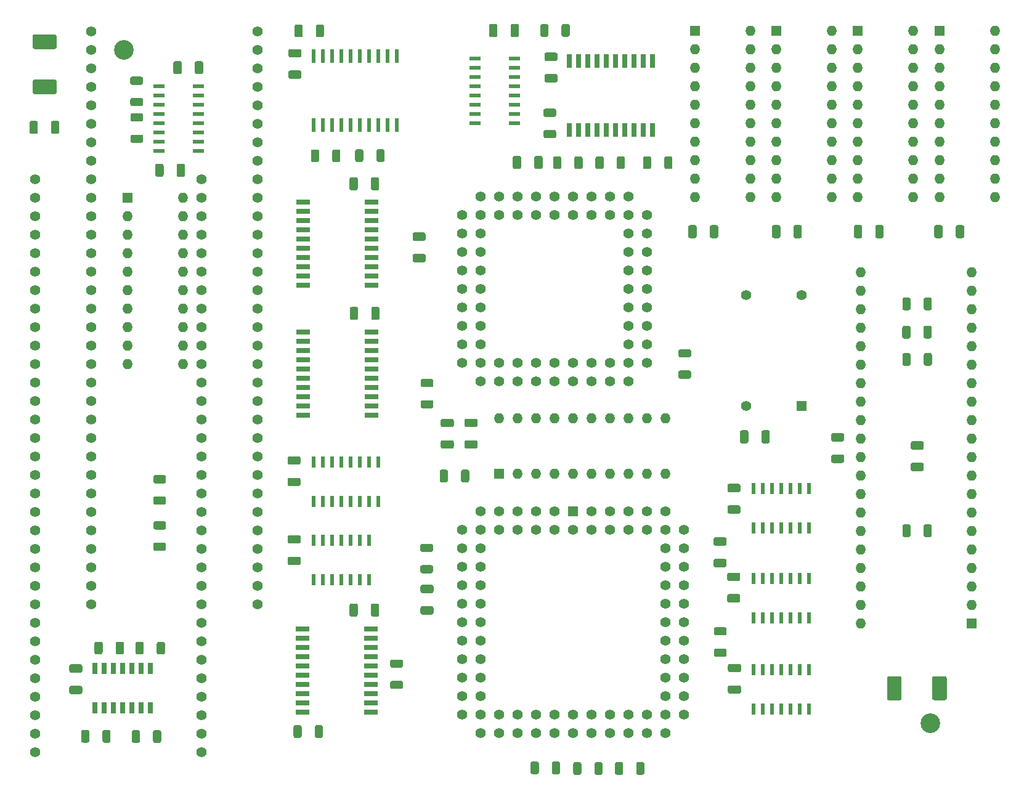
<source format=gbr>
%TF.GenerationSoftware,KiCad,Pcbnew,(5.1.12)-1*%
%TF.CreationDate,2022-10-26T16:15:57+02:00*%
%TF.ProjectId,dueottosei,6475656f-7474-46f7-9365-692e6b696361,rev?*%
%TF.SameCoordinates,Original*%
%TF.FileFunction,Soldermask,Top*%
%TF.FilePolarity,Negative*%
%FSLAX46Y46*%
G04 Gerber Fmt 4.6, Leading zero omitted, Abs format (unit mm)*
G04 Created by KiCad (PCBNEW (5.1.12)-1) date 2022-10-26 16:15:57*
%MOMM*%
%LPD*%
G01*
G04 APERTURE LIST*
%ADD10R,1.400000X1.400000*%
%ADD11O,1.400000X1.400000*%
%ADD12C,1.422400*%
%ADD13C,2.700000*%
%ADD14R,1.525000X0.600000*%
%ADD15R,0.600000X1.525000*%
%ADD16C,1.400000*%
%ADD17R,0.600000X1.950000*%
%ADD18R,1.950000X0.650000*%
%ADD19R,0.650000X1.950000*%
%ADD20R,0.650000X1.525000*%
%ADD21R,1.422400X1.422400*%
G04 APERTURE END LIST*
D10*
%TO.C,U14*%
X214890000Y-121820000D03*
D11*
X199650000Y-73560000D03*
X214890000Y-119280000D03*
X199650000Y-76100000D03*
X214890000Y-116740000D03*
X199650000Y-78640000D03*
X214890000Y-114200000D03*
X199650000Y-81180000D03*
X214890000Y-111660000D03*
X199650000Y-83720000D03*
X214890000Y-109120000D03*
X199650000Y-86260000D03*
X214890000Y-106580000D03*
X199650000Y-88800000D03*
X214890000Y-104040000D03*
X199650000Y-91340000D03*
X214890000Y-101500000D03*
X199650000Y-93880000D03*
X214890000Y-98960000D03*
X199650000Y-96420000D03*
X214890000Y-96420000D03*
X199650000Y-98960000D03*
X214890000Y-93880000D03*
X199650000Y-101500000D03*
X214890000Y-91340000D03*
X199650000Y-104040000D03*
X214890000Y-88800000D03*
X199650000Y-106580000D03*
X214890000Y-86260000D03*
X199650000Y-109120000D03*
X214890000Y-83720000D03*
X199650000Y-111660000D03*
X214890000Y-81180000D03*
X199650000Y-114200000D03*
X214890000Y-78640000D03*
X199650000Y-116740000D03*
X214890000Y-76100000D03*
X199650000Y-119280000D03*
X214890000Y-73560000D03*
X199650000Y-121820000D03*
%TD*%
D12*
%TO.C,U13*%
X157550000Y-86010000D03*
X160090000Y-86010000D03*
X162630000Y-86010000D03*
X165170000Y-86010000D03*
X155010000Y-86010000D03*
X152470000Y-86010000D03*
X149930000Y-86010000D03*
X147390000Y-86010000D03*
X157550000Y-88550000D03*
X160090000Y-88550000D03*
X162630000Y-88550000D03*
X165170000Y-88550000D03*
X167710000Y-88550000D03*
X155010000Y-88550000D03*
X152470000Y-88550000D03*
X149930000Y-88550000D03*
X167710000Y-86010000D03*
X167710000Y-83470000D03*
X167710000Y-80930000D03*
X167710000Y-78390000D03*
X167710000Y-75850000D03*
X167710000Y-73310000D03*
X167710000Y-70770000D03*
X167710000Y-68230000D03*
X170250000Y-86010000D03*
X170250000Y-83470000D03*
X170250000Y-80930000D03*
X170250000Y-78390000D03*
X170250000Y-75850000D03*
X170250000Y-73310000D03*
X170250000Y-70770000D03*
X170250000Y-68230000D03*
X170250000Y-65690000D03*
X167710000Y-65690000D03*
X165170000Y-65690000D03*
X162630000Y-65690000D03*
X160090000Y-65690000D03*
X157550000Y-65690000D03*
X155010000Y-65690000D03*
X152470000Y-65690000D03*
X149930000Y-65690000D03*
X144850000Y-65690000D03*
X167710000Y-63150000D03*
X165170000Y-63150000D03*
X162630000Y-63150000D03*
X160090000Y-63150000D03*
X157550000Y-63150000D03*
X155010000Y-63150000D03*
X152470000Y-63150000D03*
X149930000Y-63150000D03*
X147390000Y-63150000D03*
X147390000Y-65690000D03*
X147390000Y-68230000D03*
X147390000Y-70770000D03*
X147390000Y-73310000D03*
X147390000Y-75850000D03*
X147390000Y-78390000D03*
X147390000Y-80930000D03*
X147390000Y-83470000D03*
X147390000Y-88550000D03*
X144850000Y-68230000D03*
X144850000Y-70770000D03*
X144850000Y-73310000D03*
X144850000Y-75850000D03*
X144850000Y-78390000D03*
X144850000Y-80930000D03*
X144850000Y-83470000D03*
X144850000Y-86010000D03*
%TD*%
D13*
%TO.C,REF1*%
X209230000Y-135540000D03*
%TD*%
%TO.C,REF2*%
X98350000Y-43050000D03*
%TD*%
D14*
%TO.C,U35*%
X146608000Y-44205000D03*
X146608000Y-45475000D03*
X146608000Y-46745000D03*
X146608000Y-48015000D03*
X146608000Y-49285000D03*
X146608000Y-50555000D03*
X146608000Y-51825000D03*
X146608000Y-53095000D03*
X152032000Y-53095000D03*
X152032000Y-51825000D03*
X152032000Y-50555000D03*
X152032000Y-49285000D03*
X152032000Y-48015000D03*
X152032000Y-46745000D03*
X152032000Y-45475000D03*
X152032000Y-44205000D03*
%TD*%
%TO.C,U36*%
X108642000Y-48045000D03*
X108642000Y-49315000D03*
X108642000Y-50585000D03*
X108642000Y-51855000D03*
X108642000Y-53125000D03*
X108642000Y-54395000D03*
X108642000Y-55665000D03*
X108642000Y-56935000D03*
X103218000Y-56935000D03*
X103218000Y-55665000D03*
X103218000Y-54395000D03*
X103218000Y-53125000D03*
X103218000Y-51855000D03*
X103218000Y-50585000D03*
X103218000Y-49315000D03*
X103218000Y-48045000D03*
%TD*%
D15*
%TO.C,U37*%
X124435000Y-105052000D03*
X125705000Y-105052000D03*
X126975000Y-105052000D03*
X128245000Y-105052000D03*
X129515000Y-105052000D03*
X130785000Y-105052000D03*
X132055000Y-105052000D03*
X133325000Y-105052000D03*
X133325000Y-99628000D03*
X132055000Y-99628000D03*
X130785000Y-99628000D03*
X129515000Y-99628000D03*
X128245000Y-99628000D03*
X126975000Y-99628000D03*
X125705000Y-99628000D03*
X124435000Y-99628000D03*
%TD*%
%TO.C,U43*%
X124460000Y-115852000D03*
X125730000Y-115852000D03*
X127000000Y-115852000D03*
X128270000Y-115852000D03*
X129540000Y-115852000D03*
X130810000Y-115852000D03*
X132080000Y-115852000D03*
X132080000Y-110428000D03*
X130810000Y-110428000D03*
X129540000Y-110428000D03*
X128270000Y-110428000D03*
X127000000Y-110428000D03*
X125730000Y-110428000D03*
X124460000Y-110428000D03*
%TD*%
D16*
%TO.C,J1*%
X109020000Y-139580000D03*
X109020000Y-137040000D03*
X109020000Y-134500000D03*
X109020000Y-131960000D03*
X109020000Y-129420000D03*
X109020000Y-126880000D03*
X109020000Y-124340000D03*
X109020000Y-121800000D03*
X109020000Y-119260000D03*
X109020000Y-116720000D03*
X109020000Y-114180000D03*
X109020000Y-111640000D03*
X109020000Y-109100000D03*
X109020000Y-106560000D03*
X109020000Y-104020000D03*
X109020000Y-101480000D03*
X109020000Y-98940000D03*
X109020000Y-96400000D03*
X109020000Y-93860000D03*
X109020000Y-91320000D03*
X109020000Y-88780000D03*
X109020000Y-86240000D03*
X109020000Y-83700000D03*
X109020000Y-81160000D03*
X109020000Y-78620000D03*
X109020000Y-76080000D03*
X109020000Y-73540000D03*
X109020000Y-71000000D03*
X109020000Y-68460000D03*
X109020000Y-65920000D03*
X109020000Y-63380000D03*
X109020000Y-60840000D03*
X86160000Y-60840000D03*
X86160000Y-63380000D03*
X86160000Y-65920000D03*
X86160000Y-68460000D03*
X86160000Y-71000000D03*
X86160000Y-73540000D03*
X86160000Y-76080000D03*
X86160000Y-78620000D03*
X86160000Y-81160000D03*
X86160000Y-83700000D03*
X86160000Y-86240000D03*
X86160000Y-88780000D03*
X86160000Y-91320000D03*
X86160000Y-93860000D03*
X86160000Y-96400000D03*
X86160000Y-98940000D03*
X86160000Y-101480000D03*
X86160000Y-104020000D03*
X86160000Y-106560000D03*
X86160000Y-109100000D03*
X86160000Y-111640000D03*
X86160000Y-114180000D03*
X86160000Y-116720000D03*
X86160000Y-119260000D03*
X86160000Y-121800000D03*
X86160000Y-124340000D03*
X86160000Y-126880000D03*
X86160000Y-129420000D03*
X86160000Y-131960000D03*
X86160000Y-134500000D03*
X86160000Y-137040000D03*
X86160000Y-139580000D03*
%TD*%
%TO.C,J2*%
X93890000Y-119250000D03*
X93890000Y-116710000D03*
X93890000Y-114170000D03*
X93890000Y-111630000D03*
X93890000Y-109090000D03*
X93890000Y-106550000D03*
X93890000Y-104010000D03*
X93890000Y-101470000D03*
X93890000Y-98930000D03*
X93890000Y-96390000D03*
X93890000Y-93850000D03*
X93890000Y-91310000D03*
X93890000Y-88770000D03*
X93890000Y-86230000D03*
X93890000Y-83690000D03*
X93890000Y-81150000D03*
X93890000Y-78610000D03*
X93890000Y-76070000D03*
X93890000Y-73530000D03*
X93890000Y-70990000D03*
X93890000Y-68450000D03*
X93890000Y-65910000D03*
X93890000Y-63370000D03*
X93890000Y-60830000D03*
X93890000Y-58290000D03*
X93890000Y-55750000D03*
X93890000Y-53210000D03*
X93890000Y-50670000D03*
X93890000Y-48130000D03*
X93890000Y-45590000D03*
X93890000Y-43050000D03*
X93890000Y-40510000D03*
X116750000Y-40510000D03*
X116750000Y-43050000D03*
X116750000Y-45590000D03*
X116750000Y-48130000D03*
X116750000Y-50670000D03*
X116750000Y-53210000D03*
X116750000Y-55750000D03*
X116750000Y-58290000D03*
X116750000Y-60830000D03*
X116750000Y-63370000D03*
X116750000Y-65910000D03*
X116750000Y-68450000D03*
X116750000Y-70990000D03*
X116750000Y-73530000D03*
X116750000Y-76070000D03*
X116750000Y-78610000D03*
X116750000Y-81150000D03*
X116750000Y-83690000D03*
X116750000Y-86230000D03*
X116750000Y-88770000D03*
X116750000Y-91310000D03*
X116750000Y-93850000D03*
X116750000Y-96390000D03*
X116750000Y-98930000D03*
X116750000Y-101470000D03*
X116750000Y-104010000D03*
X116750000Y-106550000D03*
X116750000Y-109090000D03*
X116750000Y-111630000D03*
X116750000Y-114170000D03*
X116750000Y-116710000D03*
X116750000Y-119250000D03*
%TD*%
D17*
%TO.C,U21*%
X124475000Y-53355000D03*
X125745000Y-53355000D03*
X127015000Y-53355000D03*
X128285000Y-53355000D03*
X129555000Y-53355000D03*
X130825000Y-53355000D03*
X132095000Y-53355000D03*
X133365000Y-53355000D03*
X134635000Y-53355000D03*
X135905000Y-53355000D03*
X135905000Y-43905000D03*
X134635000Y-43905000D03*
X133365000Y-43905000D03*
X132095000Y-43905000D03*
X130825000Y-43905000D03*
X129555000Y-43905000D03*
X128285000Y-43905000D03*
X127015000Y-43905000D03*
X125745000Y-43905000D03*
X124475000Y-43905000D03*
%TD*%
D15*
%TO.C,U15*%
X184920000Y-108742000D03*
X186190000Y-108742000D03*
X187460000Y-108742000D03*
X188730000Y-108742000D03*
X190000000Y-108742000D03*
X191270000Y-108742000D03*
X192540000Y-108742000D03*
X192540000Y-103318000D03*
X191270000Y-103318000D03*
X190000000Y-103318000D03*
X188730000Y-103318000D03*
X187460000Y-103318000D03*
X186190000Y-103318000D03*
X184920000Y-103318000D03*
%TD*%
%TO.C,U45*%
X184920000Y-121122000D03*
X186190000Y-121122000D03*
X187460000Y-121122000D03*
X188730000Y-121122000D03*
X190000000Y-121122000D03*
X191270000Y-121122000D03*
X192540000Y-121122000D03*
X192540000Y-115698000D03*
X191270000Y-115698000D03*
X190000000Y-115698000D03*
X188730000Y-115698000D03*
X187460000Y-115698000D03*
X186190000Y-115698000D03*
X184920000Y-115698000D03*
%TD*%
%TO.C,U28*%
X184930000Y-128228000D03*
X186200000Y-128228000D03*
X187470000Y-128228000D03*
X188740000Y-128228000D03*
X190010000Y-128228000D03*
X191280000Y-128228000D03*
X192550000Y-128228000D03*
X192550000Y-133652000D03*
X191280000Y-133652000D03*
X190010000Y-133652000D03*
X188740000Y-133652000D03*
X187470000Y-133652000D03*
X186200000Y-133652000D03*
X184930000Y-133652000D03*
%TD*%
D10*
%TO.C,Q1*%
X191540000Y-91930000D03*
D16*
X183920000Y-91930000D03*
X183920000Y-76690000D03*
X191540000Y-76690000D03*
%TD*%
%TO.C,C10*%
G36*
G01*
X86100000Y-40900000D02*
X88900000Y-40900000D01*
G75*
G02*
X89150000Y-41150000I0J-250000D01*
G01*
X89150000Y-42650000D01*
G75*
G02*
X88900000Y-42900000I-250000J0D01*
G01*
X86100000Y-42900000D01*
G75*
G02*
X85850000Y-42650000I0J250000D01*
G01*
X85850000Y-41150000D01*
G75*
G02*
X86100000Y-40900000I250000J0D01*
G01*
G37*
G36*
G01*
X86100000Y-47100000D02*
X88900000Y-47100000D01*
G75*
G02*
X89150000Y-47350000I0J-250000D01*
G01*
X89150000Y-48850000D01*
G75*
G02*
X88900000Y-49100000I-250000J0D01*
G01*
X86100000Y-49100000D01*
G75*
G02*
X85850000Y-48850000I0J250000D01*
G01*
X85850000Y-47350000D01*
G75*
G02*
X86100000Y-47100000I250000J0D01*
G01*
G37*
%TD*%
%TO.C,C11*%
G36*
G01*
X205260000Y-129350000D02*
X205260000Y-132150000D01*
G75*
G02*
X205010000Y-132400000I-250000J0D01*
G01*
X203510000Y-132400000D01*
G75*
G02*
X203260000Y-132150000I0J250000D01*
G01*
X203260000Y-129350000D01*
G75*
G02*
X203510000Y-129100000I250000J0D01*
G01*
X205010000Y-129100000D01*
G75*
G02*
X205260000Y-129350000I0J-250000D01*
G01*
G37*
G36*
G01*
X211460000Y-129350000D02*
X211460000Y-132150000D01*
G75*
G02*
X211210000Y-132400000I-250000J0D01*
G01*
X209710000Y-132400000D01*
G75*
G02*
X209460000Y-132150000I0J250000D01*
G01*
X209460000Y-129350000D01*
G75*
G02*
X209710000Y-129100000I250000J0D01*
G01*
X211210000Y-129100000D01*
G75*
G02*
X211460000Y-129350000I0J-250000D01*
G01*
G37*
%TD*%
%TO.C,C12*%
G36*
G01*
X88370000Y-54330001D02*
X88370000Y-53029999D01*
G75*
G02*
X88619999Y-52780000I249999J0D01*
G01*
X89270001Y-52780000D01*
G75*
G02*
X89520000Y-53029999I0J-249999D01*
G01*
X89520000Y-54330001D01*
G75*
G02*
X89270001Y-54580000I-249999J0D01*
G01*
X88619999Y-54580000D01*
G75*
G02*
X88370000Y-54330001I0J249999D01*
G01*
G37*
G36*
G01*
X85420000Y-54330001D02*
X85420000Y-53029999D01*
G75*
G02*
X85669999Y-52780000I249999J0D01*
G01*
X86320001Y-52780000D01*
G75*
G02*
X86570000Y-53029999I0J-249999D01*
G01*
X86570000Y-54330001D01*
G75*
G02*
X86320001Y-54580000I-249999J0D01*
G01*
X85669999Y-54580000D01*
G75*
G02*
X85420000Y-54330001I0J249999D01*
G01*
G37*
%TD*%
%TO.C,C13*%
G36*
G01*
X139610001Y-72220000D02*
X138309999Y-72220000D01*
G75*
G02*
X138060000Y-71970001I0J249999D01*
G01*
X138060000Y-71319999D01*
G75*
G02*
X138309999Y-71070000I249999J0D01*
G01*
X139610001Y-71070000D01*
G75*
G02*
X139860000Y-71319999I0J-249999D01*
G01*
X139860000Y-71970001D01*
G75*
G02*
X139610001Y-72220000I-249999J0D01*
G01*
G37*
G36*
G01*
X139610001Y-69270000D02*
X138309999Y-69270000D01*
G75*
G02*
X138060000Y-69020001I0J249999D01*
G01*
X138060000Y-68369999D01*
G75*
G02*
X138309999Y-68120000I249999J0D01*
G01*
X139610001Y-68120000D01*
G75*
G02*
X139860000Y-68369999I0J-249999D01*
G01*
X139860000Y-69020001D01*
G75*
G02*
X139610001Y-69270000I-249999J0D01*
G01*
G37*
%TD*%
%TO.C,C14*%
G36*
G01*
X145439999Y-96680000D02*
X146740001Y-96680000D01*
G75*
G02*
X146990000Y-96929999I0J-249999D01*
G01*
X146990000Y-97580001D01*
G75*
G02*
X146740001Y-97830000I-249999J0D01*
G01*
X145439999Y-97830000D01*
G75*
G02*
X145190000Y-97580001I0J249999D01*
G01*
X145190000Y-96929999D01*
G75*
G02*
X145439999Y-96680000I249999J0D01*
G01*
G37*
G36*
G01*
X145439999Y-93730000D02*
X146740001Y-93730000D01*
G75*
G02*
X146990000Y-93979999I0J-249999D01*
G01*
X146990000Y-94630001D01*
G75*
G02*
X146740001Y-94880000I-249999J0D01*
G01*
X145439999Y-94880000D01*
G75*
G02*
X145190000Y-94630001I0J249999D01*
G01*
X145190000Y-93979999D01*
G75*
G02*
X145439999Y-93730000I249999J0D01*
G01*
G37*
%TD*%
%TO.C,C15*%
G36*
G01*
X151830000Y-59150001D02*
X151830000Y-57849999D01*
G75*
G02*
X152079999Y-57600000I249999J0D01*
G01*
X152730001Y-57600000D01*
G75*
G02*
X152980000Y-57849999I0J-249999D01*
G01*
X152980000Y-59150001D01*
G75*
G02*
X152730001Y-59400000I-249999J0D01*
G01*
X152079999Y-59400000D01*
G75*
G02*
X151830000Y-59150001I0J249999D01*
G01*
G37*
G36*
G01*
X154780000Y-59150001D02*
X154780000Y-57849999D01*
G75*
G02*
X155029999Y-57600000I249999J0D01*
G01*
X155680001Y-57600000D01*
G75*
G02*
X155930000Y-57849999I0J-249999D01*
G01*
X155930000Y-59150001D01*
G75*
G02*
X155680001Y-59400000I-249999J0D01*
G01*
X155029999Y-59400000D01*
G75*
G02*
X154780000Y-59150001I0J249999D01*
G01*
G37*
%TD*%
%TO.C,C16*%
G36*
G01*
X130530000Y-60779999D02*
X130530000Y-62080001D01*
G75*
G02*
X130280001Y-62330000I-249999J0D01*
G01*
X129629999Y-62330000D01*
G75*
G02*
X129380000Y-62080001I0J249999D01*
G01*
X129380000Y-60779999D01*
G75*
G02*
X129629999Y-60530000I249999J0D01*
G01*
X130280001Y-60530000D01*
G75*
G02*
X130530000Y-60779999I0J-249999D01*
G01*
G37*
G36*
G01*
X133480000Y-60779999D02*
X133480000Y-62080001D01*
G75*
G02*
X133230001Y-62330000I-249999J0D01*
G01*
X132579999Y-62330000D01*
G75*
G02*
X132330000Y-62080001I0J249999D01*
G01*
X132330000Y-60779999D01*
G75*
G02*
X132579999Y-60530000I249999J0D01*
G01*
X133230001Y-60530000D01*
G75*
G02*
X133480000Y-60779999I0J-249999D01*
G01*
G37*
%TD*%
%TO.C,C17*%
G36*
G01*
X142179999Y-93730000D02*
X143480001Y-93730000D01*
G75*
G02*
X143730000Y-93979999I0J-249999D01*
G01*
X143730000Y-94630001D01*
G75*
G02*
X143480001Y-94880000I-249999J0D01*
G01*
X142179999Y-94880000D01*
G75*
G02*
X141930000Y-94630001I0J249999D01*
G01*
X141930000Y-93979999D01*
G75*
G02*
X142179999Y-93730000I249999J0D01*
G01*
G37*
G36*
G01*
X142179999Y-96680000D02*
X143480001Y-96680000D01*
G75*
G02*
X143730000Y-96929999I0J-249999D01*
G01*
X143730000Y-97580001D01*
G75*
G02*
X143480001Y-97830000I-249999J0D01*
G01*
X142179999Y-97830000D01*
G75*
G02*
X141930000Y-97580001I0J249999D01*
G01*
X141930000Y-96929999D01*
G75*
G02*
X142179999Y-96680000I249999J0D01*
G01*
G37*
%TD*%
%TO.C,C21*%
G36*
G01*
X121239999Y-42900000D02*
X122540001Y-42900000D01*
G75*
G02*
X122790000Y-43149999I0J-249999D01*
G01*
X122790000Y-43800001D01*
G75*
G02*
X122540001Y-44050000I-249999J0D01*
G01*
X121239999Y-44050000D01*
G75*
G02*
X120990000Y-43800001I0J249999D01*
G01*
X120990000Y-43149999D01*
G75*
G02*
X121239999Y-42900000I249999J0D01*
G01*
G37*
G36*
G01*
X121239999Y-45850000D02*
X122540001Y-45850000D01*
G75*
G02*
X122790000Y-46099999I0J-249999D01*
G01*
X122790000Y-46750001D01*
G75*
G02*
X122540001Y-47000000I-249999J0D01*
G01*
X121239999Y-47000000D01*
G75*
G02*
X120990000Y-46750001I0J249999D01*
G01*
X120990000Y-46099999D01*
G75*
G02*
X121239999Y-45850000I249999J0D01*
G01*
G37*
%TD*%
%TO.C,C22*%
G36*
G01*
X197130001Y-96850000D02*
X195829999Y-96850000D01*
G75*
G02*
X195580000Y-96600001I0J249999D01*
G01*
X195580000Y-95949999D01*
G75*
G02*
X195829999Y-95700000I249999J0D01*
G01*
X197130001Y-95700000D01*
G75*
G02*
X197380000Y-95949999I0J-249999D01*
G01*
X197380000Y-96600001D01*
G75*
G02*
X197130001Y-96850000I-249999J0D01*
G01*
G37*
G36*
G01*
X197130001Y-99800000D02*
X195829999Y-99800000D01*
G75*
G02*
X195580000Y-99550001I0J249999D01*
G01*
X195580000Y-98899999D01*
G75*
G02*
X195829999Y-98650000I249999J0D01*
G01*
X197130001Y-98650000D01*
G75*
G02*
X197380000Y-98899999I0J-249999D01*
G01*
X197380000Y-99550001D01*
G75*
G02*
X197130001Y-99800000I-249999J0D01*
G01*
G37*
%TD*%
%TO.C,C23*%
G36*
G01*
X121119999Y-98880000D02*
X122420001Y-98880000D01*
G75*
G02*
X122670000Y-99129999I0J-249999D01*
G01*
X122670000Y-99780001D01*
G75*
G02*
X122420001Y-100030000I-249999J0D01*
G01*
X121119999Y-100030000D01*
G75*
G02*
X120870000Y-99780001I0J249999D01*
G01*
X120870000Y-99129999D01*
G75*
G02*
X121119999Y-98880000I249999J0D01*
G01*
G37*
G36*
G01*
X121119999Y-101830000D02*
X122420001Y-101830000D01*
G75*
G02*
X122670000Y-102079999I0J-249999D01*
G01*
X122670000Y-102730001D01*
G75*
G02*
X122420001Y-102980000I-249999J0D01*
G01*
X121119999Y-102980000D01*
G75*
G02*
X120870000Y-102730001I0J249999D01*
G01*
X120870000Y-102079999D01*
G75*
G02*
X121119999Y-101830000I249999J0D01*
G01*
G37*
%TD*%
%TO.C,C24*%
G36*
G01*
X130530000Y-119369999D02*
X130530000Y-120670001D01*
G75*
G02*
X130280001Y-120920000I-249999J0D01*
G01*
X129629999Y-120920000D01*
G75*
G02*
X129380000Y-120670001I0J249999D01*
G01*
X129380000Y-119369999D01*
G75*
G02*
X129629999Y-119120000I249999J0D01*
G01*
X130280001Y-119120000D01*
G75*
G02*
X130530000Y-119369999I0J-249999D01*
G01*
G37*
G36*
G01*
X133480000Y-119369999D02*
X133480000Y-120670001D01*
G75*
G02*
X133230001Y-120920000I-249999J0D01*
G01*
X132579999Y-120920000D01*
G75*
G02*
X132330000Y-120670001I0J249999D01*
G01*
X132330000Y-119369999D01*
G75*
G02*
X132579999Y-119120000I249999J0D01*
G01*
X133230001Y-119120000D01*
G75*
G02*
X133480000Y-119369999I0J-249999D01*
G01*
G37*
%TD*%
%TO.C,C25*%
G36*
G01*
X91139999Y-127470000D02*
X92440001Y-127470000D01*
G75*
G02*
X92690000Y-127719999I0J-249999D01*
G01*
X92690000Y-128370001D01*
G75*
G02*
X92440001Y-128620000I-249999J0D01*
G01*
X91139999Y-128620000D01*
G75*
G02*
X90890000Y-128370001I0J249999D01*
G01*
X90890000Y-127719999D01*
G75*
G02*
X91139999Y-127470000I249999J0D01*
G01*
G37*
G36*
G01*
X91139999Y-130420000D02*
X92440001Y-130420000D01*
G75*
G02*
X92690000Y-130669999I0J-249999D01*
G01*
X92690000Y-131320001D01*
G75*
G02*
X92440001Y-131570000I-249999J0D01*
G01*
X91139999Y-131570000D01*
G75*
G02*
X90890000Y-131320001I0J249999D01*
G01*
X90890000Y-130669999D01*
G75*
G02*
X91139999Y-130420000I249999J0D01*
G01*
G37*
%TD*%
%TO.C,C27*%
G36*
G01*
X122440001Y-110880000D02*
X121139999Y-110880000D01*
G75*
G02*
X120890000Y-110630001I0J249999D01*
G01*
X120890000Y-109979999D01*
G75*
G02*
X121139999Y-109730000I249999J0D01*
G01*
X122440001Y-109730000D01*
G75*
G02*
X122690000Y-109979999I0J-249999D01*
G01*
X122690000Y-110630001D01*
G75*
G02*
X122440001Y-110880000I-249999J0D01*
G01*
G37*
G36*
G01*
X122440001Y-113830000D02*
X121139999Y-113830000D01*
G75*
G02*
X120890000Y-113580001I0J249999D01*
G01*
X120890000Y-112929999D01*
G75*
G02*
X121139999Y-112680000I249999J0D01*
G01*
X122440001Y-112680000D01*
G75*
G02*
X122690000Y-112929999I0J-249999D01*
G01*
X122690000Y-113580001D01*
G75*
G02*
X122440001Y-113830000I-249999J0D01*
G01*
G37*
%TD*%
%TO.C,C28*%
G36*
G01*
X156439999Y-43400000D02*
X157740001Y-43400000D01*
G75*
G02*
X157990000Y-43649999I0J-249999D01*
G01*
X157990000Y-44300001D01*
G75*
G02*
X157740001Y-44550000I-249999J0D01*
G01*
X156439999Y-44550000D01*
G75*
G02*
X156190000Y-44300001I0J249999D01*
G01*
X156190000Y-43649999D01*
G75*
G02*
X156439999Y-43400000I249999J0D01*
G01*
G37*
G36*
G01*
X156439999Y-46350000D02*
X157740001Y-46350000D01*
G75*
G02*
X157990000Y-46599999I0J-249999D01*
G01*
X157990000Y-47250001D01*
G75*
G02*
X157740001Y-47500000I-249999J0D01*
G01*
X156439999Y-47500000D01*
G75*
G02*
X156190000Y-47250001I0J249999D01*
G01*
X156190000Y-46599999D01*
G75*
G02*
X156439999Y-46350000I249999J0D01*
G01*
G37*
%TD*%
%TO.C,C29*%
G36*
G01*
X149720000Y-39709999D02*
X149720000Y-41010001D01*
G75*
G02*
X149470001Y-41260000I-249999J0D01*
G01*
X148819999Y-41260000D01*
G75*
G02*
X148570000Y-41010001I0J249999D01*
G01*
X148570000Y-39709999D01*
G75*
G02*
X148819999Y-39460000I249999J0D01*
G01*
X149470001Y-39460000D01*
G75*
G02*
X149720000Y-39709999I0J-249999D01*
G01*
G37*
G36*
G01*
X152670000Y-39709999D02*
X152670000Y-41010001D01*
G75*
G02*
X152420001Y-41260000I-249999J0D01*
G01*
X151769999Y-41260000D01*
G75*
G02*
X151520000Y-41010001I0J249999D01*
G01*
X151520000Y-39709999D01*
G75*
G02*
X151769999Y-39460000I249999J0D01*
G01*
X152420001Y-39460000D01*
G75*
G02*
X152670000Y-39709999I0J-249999D01*
G01*
G37*
%TD*%
%TO.C,C31*%
G36*
G01*
X209760000Y-68650001D02*
X209760000Y-67349999D01*
G75*
G02*
X210009999Y-67100000I249999J0D01*
G01*
X210660001Y-67100000D01*
G75*
G02*
X210910000Y-67349999I0J-249999D01*
G01*
X210910000Y-68650001D01*
G75*
G02*
X210660001Y-68900000I-249999J0D01*
G01*
X210009999Y-68900000D01*
G75*
G02*
X209760000Y-68650001I0J249999D01*
G01*
G37*
G36*
G01*
X212710000Y-68650001D02*
X212710000Y-67349999D01*
G75*
G02*
X212959999Y-67100000I249999J0D01*
G01*
X213610001Y-67100000D01*
G75*
G02*
X213860000Y-67349999I0J-249999D01*
G01*
X213860000Y-68650001D01*
G75*
G02*
X213610001Y-68900000I-249999J0D01*
G01*
X212959999Y-68900000D01*
G75*
G02*
X212710000Y-68650001I0J249999D01*
G01*
G37*
%TD*%
%TO.C,C32*%
G36*
G01*
X198700000Y-68650001D02*
X198700000Y-67349999D01*
G75*
G02*
X198949999Y-67100000I249999J0D01*
G01*
X199600001Y-67100000D01*
G75*
G02*
X199850000Y-67349999I0J-249999D01*
G01*
X199850000Y-68650001D01*
G75*
G02*
X199600001Y-68900000I-249999J0D01*
G01*
X198949999Y-68900000D01*
G75*
G02*
X198700000Y-68650001I0J249999D01*
G01*
G37*
G36*
G01*
X201650000Y-68650001D02*
X201650000Y-67349999D01*
G75*
G02*
X201899999Y-67100000I249999J0D01*
G01*
X202550001Y-67100000D01*
G75*
G02*
X202800000Y-67349999I0J-249999D01*
G01*
X202800000Y-68650001D01*
G75*
G02*
X202550001Y-68900000I-249999J0D01*
G01*
X201899999Y-68900000D01*
G75*
G02*
X201650000Y-68650001I0J249999D01*
G01*
G37*
%TD*%
%TO.C,C33*%
G36*
G01*
X190400000Y-68650001D02*
X190400000Y-67349999D01*
G75*
G02*
X190649999Y-67100000I249999J0D01*
G01*
X191300001Y-67100000D01*
G75*
G02*
X191550000Y-67349999I0J-249999D01*
G01*
X191550000Y-68650001D01*
G75*
G02*
X191300001Y-68900000I-249999J0D01*
G01*
X190649999Y-68900000D01*
G75*
G02*
X190400000Y-68650001I0J249999D01*
G01*
G37*
G36*
G01*
X187450000Y-68650001D02*
X187450000Y-67349999D01*
G75*
G02*
X187699999Y-67100000I249999J0D01*
G01*
X188350001Y-67100000D01*
G75*
G02*
X188600000Y-67349999I0J-249999D01*
G01*
X188600000Y-68650001D01*
G75*
G02*
X188350001Y-68900000I-249999J0D01*
G01*
X187699999Y-68900000D01*
G75*
G02*
X187450000Y-68650001I0J249999D01*
G01*
G37*
%TD*%
%TO.C,C34*%
G36*
G01*
X175950000Y-68650001D02*
X175950000Y-67349999D01*
G75*
G02*
X176199999Y-67100000I249999J0D01*
G01*
X176850001Y-67100000D01*
G75*
G02*
X177100000Y-67349999I0J-249999D01*
G01*
X177100000Y-68650001D01*
G75*
G02*
X176850001Y-68900000I-249999J0D01*
G01*
X176199999Y-68900000D01*
G75*
G02*
X175950000Y-68650001I0J249999D01*
G01*
G37*
G36*
G01*
X178900000Y-68650001D02*
X178900000Y-67349999D01*
G75*
G02*
X179149999Y-67100000I249999J0D01*
G01*
X179800001Y-67100000D01*
G75*
G02*
X180050000Y-67349999I0J-249999D01*
G01*
X180050000Y-68650001D01*
G75*
G02*
X179800001Y-68900000I-249999J0D01*
G01*
X179149999Y-68900000D01*
G75*
G02*
X178900000Y-68650001I0J249999D01*
G01*
G37*
%TD*%
%TO.C,C35*%
G36*
G01*
X103850000Y-58919999D02*
X103850000Y-60220001D01*
G75*
G02*
X103600001Y-60470000I-249999J0D01*
G01*
X102949999Y-60470000D01*
G75*
G02*
X102700000Y-60220001I0J249999D01*
G01*
X102700000Y-58919999D01*
G75*
G02*
X102949999Y-58670000I249999J0D01*
G01*
X103600001Y-58670000D01*
G75*
G02*
X103850000Y-58919999I0J-249999D01*
G01*
G37*
G36*
G01*
X106800000Y-58919999D02*
X106800000Y-60220001D01*
G75*
G02*
X106550001Y-60470000I-249999J0D01*
G01*
X105899999Y-60470000D01*
G75*
G02*
X105650000Y-60220001I0J249999D01*
G01*
X105650000Y-58919999D01*
G75*
G02*
X105899999Y-58670000I249999J0D01*
G01*
X106550001Y-58670000D01*
G75*
G02*
X106800000Y-58919999I0J-249999D01*
G01*
G37*
%TD*%
%TO.C,C36*%
G36*
G01*
X109290000Y-44819999D02*
X109290000Y-46120001D01*
G75*
G02*
X109040001Y-46370000I-249999J0D01*
G01*
X108389999Y-46370000D01*
G75*
G02*
X108140000Y-46120001I0J249999D01*
G01*
X108140000Y-44819999D01*
G75*
G02*
X108389999Y-44570000I249999J0D01*
G01*
X109040001Y-44570000D01*
G75*
G02*
X109290000Y-44819999I0J-249999D01*
G01*
G37*
G36*
G01*
X106340000Y-44819999D02*
X106340000Y-46120001D01*
G75*
G02*
X106090001Y-46370000I-249999J0D01*
G01*
X105439999Y-46370000D01*
G75*
G02*
X105190000Y-46120001I0J249999D01*
G01*
X105190000Y-44819999D01*
G75*
G02*
X105439999Y-44570000I249999J0D01*
G01*
X106090001Y-44570000D01*
G75*
G02*
X106340000Y-44819999I0J-249999D01*
G01*
G37*
%TD*%
%TO.C,C37*%
G36*
G01*
X182950001Y-128560000D02*
X181649999Y-128560000D01*
G75*
G02*
X181400000Y-128310001I0J249999D01*
G01*
X181400000Y-127659999D01*
G75*
G02*
X181649999Y-127410000I249999J0D01*
G01*
X182950001Y-127410000D01*
G75*
G02*
X183200000Y-127659999I0J-249999D01*
G01*
X183200000Y-128310001D01*
G75*
G02*
X182950001Y-128560000I-249999J0D01*
G01*
G37*
G36*
G01*
X182950001Y-131510000D02*
X181649999Y-131510000D01*
G75*
G02*
X181400000Y-131260001I0J249999D01*
G01*
X181400000Y-130609999D01*
G75*
G02*
X181649999Y-130360000I249999J0D01*
G01*
X182950001Y-130360000D01*
G75*
G02*
X183200000Y-130609999I0J-249999D01*
G01*
X183200000Y-131260001D01*
G75*
G02*
X182950001Y-131510000I-249999J0D01*
G01*
G37*
%TD*%
%TO.C,C41*%
G36*
G01*
X182840001Y-118970000D02*
X181539999Y-118970000D01*
G75*
G02*
X181290000Y-118720001I0J249999D01*
G01*
X181290000Y-118069999D01*
G75*
G02*
X181539999Y-117820000I249999J0D01*
G01*
X182840001Y-117820000D01*
G75*
G02*
X183090000Y-118069999I0J-249999D01*
G01*
X183090000Y-118720001D01*
G75*
G02*
X182840001Y-118970000I-249999J0D01*
G01*
G37*
G36*
G01*
X182840001Y-116020000D02*
X181539999Y-116020000D01*
G75*
G02*
X181290000Y-115770001I0J249999D01*
G01*
X181290000Y-115119999D01*
G75*
G02*
X181539999Y-114870000I249999J0D01*
G01*
X182840001Y-114870000D01*
G75*
G02*
X183090000Y-115119999I0J-249999D01*
G01*
X183090000Y-115770001D01*
G75*
G02*
X182840001Y-116020000I-249999J0D01*
G01*
G37*
%TD*%
%TO.C,C42*%
G36*
G01*
X181569999Y-105620000D02*
X182870001Y-105620000D01*
G75*
G02*
X183120000Y-105869999I0J-249999D01*
G01*
X183120000Y-106520001D01*
G75*
G02*
X182870001Y-106770000I-249999J0D01*
G01*
X181569999Y-106770000D01*
G75*
G02*
X181320000Y-106520001I0J249999D01*
G01*
X181320000Y-105869999D01*
G75*
G02*
X181569999Y-105620000I249999J0D01*
G01*
G37*
G36*
G01*
X181569999Y-102670000D02*
X182870001Y-102670000D01*
G75*
G02*
X183120000Y-102919999I0J-249999D01*
G01*
X183120000Y-103570001D01*
G75*
G02*
X182870001Y-103820000I-249999J0D01*
G01*
X181569999Y-103820000D01*
G75*
G02*
X181320000Y-103570001I0J249999D01*
G01*
X181320000Y-102919999D01*
G75*
G02*
X181569999Y-102670000I249999J0D01*
G01*
G37*
%TD*%
%TO.C,C43*%
G36*
G01*
X183050000Y-96850001D02*
X183050000Y-95549999D01*
G75*
G02*
X183299999Y-95300000I249999J0D01*
G01*
X183950001Y-95300000D01*
G75*
G02*
X184200000Y-95549999I0J-249999D01*
G01*
X184200000Y-96850001D01*
G75*
G02*
X183950001Y-97100000I-249999J0D01*
G01*
X183299999Y-97100000D01*
G75*
G02*
X183050000Y-96850001I0J249999D01*
G01*
G37*
G36*
G01*
X186000000Y-96850001D02*
X186000000Y-95549999D01*
G75*
G02*
X186249999Y-95300000I249999J0D01*
G01*
X186900001Y-95300000D01*
G75*
G02*
X187150000Y-95549999I0J-249999D01*
G01*
X187150000Y-96850001D01*
G75*
G02*
X186900001Y-97100000I-249999J0D01*
G01*
X186249999Y-97100000D01*
G75*
G02*
X186000000Y-96850001I0J249999D01*
G01*
G37*
%TD*%
%TO.C,C44*%
G36*
G01*
X208070001Y-97970000D02*
X206769999Y-97970000D01*
G75*
G02*
X206520000Y-97720001I0J249999D01*
G01*
X206520000Y-97069999D01*
G75*
G02*
X206769999Y-96820000I249999J0D01*
G01*
X208070001Y-96820000D01*
G75*
G02*
X208320000Y-97069999I0J-249999D01*
G01*
X208320000Y-97720001D01*
G75*
G02*
X208070001Y-97970000I-249999J0D01*
G01*
G37*
G36*
G01*
X208070001Y-100920000D02*
X206769999Y-100920000D01*
G75*
G02*
X206520000Y-100670001I0J249999D01*
G01*
X206520000Y-100019999D01*
G75*
G02*
X206769999Y-99770000I249999J0D01*
G01*
X208070001Y-99770000D01*
G75*
G02*
X208320000Y-100019999I0J-249999D01*
G01*
X208320000Y-100670001D01*
G75*
G02*
X208070001Y-100920000I-249999J0D01*
G01*
G37*
%TD*%
%TO.C,C45*%
G36*
G01*
X140700001Y-120640000D02*
X139399999Y-120640000D01*
G75*
G02*
X139150000Y-120390001I0J249999D01*
G01*
X139150000Y-119739999D01*
G75*
G02*
X139399999Y-119490000I249999J0D01*
G01*
X140700001Y-119490000D01*
G75*
G02*
X140950000Y-119739999I0J-249999D01*
G01*
X140950000Y-120390001D01*
G75*
G02*
X140700001Y-120640000I-249999J0D01*
G01*
G37*
G36*
G01*
X140700001Y-117690000D02*
X139399999Y-117690000D01*
G75*
G02*
X139150000Y-117440001I0J249999D01*
G01*
X139150000Y-116789999D01*
G75*
G02*
X139399999Y-116540000I249999J0D01*
G01*
X140700001Y-116540000D01*
G75*
G02*
X140950000Y-116789999I0J-249999D01*
G01*
X140950000Y-117440001D01*
G75*
G02*
X140700001Y-117690000I-249999J0D01*
G01*
G37*
%TD*%
%TO.C,C46*%
G36*
G01*
X180960001Y-111170000D02*
X179659999Y-111170000D01*
G75*
G02*
X179410000Y-110920001I0J249999D01*
G01*
X179410000Y-110269999D01*
G75*
G02*
X179659999Y-110020000I249999J0D01*
G01*
X180960001Y-110020000D01*
G75*
G02*
X181210000Y-110269999I0J-249999D01*
G01*
X181210000Y-110920001D01*
G75*
G02*
X180960001Y-111170000I-249999J0D01*
G01*
G37*
G36*
G01*
X180960001Y-114120000D02*
X179659999Y-114120000D01*
G75*
G02*
X179410000Y-113870001I0J249999D01*
G01*
X179410000Y-113219999D01*
G75*
G02*
X179659999Y-112970000I249999J0D01*
G01*
X180960001Y-112970000D01*
G75*
G02*
X181210000Y-113219999I0J-249999D01*
G01*
X181210000Y-113870001D01*
G75*
G02*
X180960001Y-114120000I-249999J0D01*
G01*
G37*
%TD*%
%TO.C,R11*%
G36*
G01*
X139374997Y-110905000D02*
X140625003Y-110905000D01*
G75*
G02*
X140875000Y-111154997I0J-249997D01*
G01*
X140875000Y-111780003D01*
G75*
G02*
X140625003Y-112030000I-249997J0D01*
G01*
X139374997Y-112030000D01*
G75*
G02*
X139125000Y-111780003I0J249997D01*
G01*
X139125000Y-111154997D01*
G75*
G02*
X139374997Y-110905000I249997J0D01*
G01*
G37*
G36*
G01*
X139374997Y-113830000D02*
X140625003Y-113830000D01*
G75*
G02*
X140875000Y-114079997I0J-249997D01*
G01*
X140875000Y-114705003D01*
G75*
G02*
X140625003Y-114955000I-249997J0D01*
G01*
X139374997Y-114955000D01*
G75*
G02*
X139125000Y-114705003I0J249997D01*
G01*
X139125000Y-114079997D01*
G75*
G02*
X139374997Y-113830000I249997J0D01*
G01*
G37*
%TD*%
%TO.C,R12*%
G36*
G01*
X176095003Y-88215000D02*
X174844997Y-88215000D01*
G75*
G02*
X174595000Y-87965003I0J249997D01*
G01*
X174595000Y-87339997D01*
G75*
G02*
X174844997Y-87090000I249997J0D01*
G01*
X176095003Y-87090000D01*
G75*
G02*
X176345000Y-87339997I0J-249997D01*
G01*
X176345000Y-87965003D01*
G75*
G02*
X176095003Y-88215000I-249997J0D01*
G01*
G37*
G36*
G01*
X176095003Y-85290000D02*
X174844997Y-85290000D01*
G75*
G02*
X174595000Y-85040003I0J249997D01*
G01*
X174595000Y-84414997D01*
G75*
G02*
X174844997Y-84165000I249997J0D01*
G01*
X176095003Y-84165000D01*
G75*
G02*
X176345000Y-84414997I0J-249997D01*
G01*
X176345000Y-85040003D01*
G75*
G02*
X176095003Y-85290000I-249997J0D01*
G01*
G37*
%TD*%
%TO.C,R13*%
G36*
G01*
X102684997Y-104400000D02*
X103935003Y-104400000D01*
G75*
G02*
X104185000Y-104649997I0J-249997D01*
G01*
X104185000Y-105275003D01*
G75*
G02*
X103935003Y-105525000I-249997J0D01*
G01*
X102684997Y-105525000D01*
G75*
G02*
X102435000Y-105275003I0J249997D01*
G01*
X102435000Y-104649997D01*
G75*
G02*
X102684997Y-104400000I249997J0D01*
G01*
G37*
G36*
G01*
X102684997Y-101475000D02*
X103935003Y-101475000D01*
G75*
G02*
X104185000Y-101724997I0J-249997D01*
G01*
X104185000Y-102350003D01*
G75*
G02*
X103935003Y-102600000I-249997J0D01*
G01*
X102684997Y-102600000D01*
G75*
G02*
X102435000Y-102350003I0J249997D01*
G01*
X102435000Y-101724997D01*
G75*
G02*
X102684997Y-101475000I249997J0D01*
G01*
G37*
%TD*%
%TO.C,R14*%
G36*
G01*
X103935003Y-111865000D02*
X102684997Y-111865000D01*
G75*
G02*
X102435000Y-111615003I0J249997D01*
G01*
X102435000Y-110989997D01*
G75*
G02*
X102684997Y-110740000I249997J0D01*
G01*
X103935003Y-110740000D01*
G75*
G02*
X104185000Y-110989997I0J-249997D01*
G01*
X104185000Y-111615003D01*
G75*
G02*
X103935003Y-111865000I-249997J0D01*
G01*
G37*
G36*
G01*
X103935003Y-108940000D02*
X102684997Y-108940000D01*
G75*
G02*
X102435000Y-108690003I0J249997D01*
G01*
X102435000Y-108064997D01*
G75*
G02*
X102684997Y-107815000I249997J0D01*
G01*
X103935003Y-107815000D01*
G75*
G02*
X104185000Y-108064997I0J-249997D01*
G01*
X104185000Y-108690003D01*
G75*
G02*
X103935003Y-108940000I-249997J0D01*
G01*
G37*
%TD*%
%TO.C,R15*%
G36*
G01*
X139424997Y-91170000D02*
X140675003Y-91170000D01*
G75*
G02*
X140925000Y-91419997I0J-249997D01*
G01*
X140925000Y-92045003D01*
G75*
G02*
X140675003Y-92295000I-249997J0D01*
G01*
X139424997Y-92295000D01*
G75*
G02*
X139175000Y-92045003I0J249997D01*
G01*
X139175000Y-91419997D01*
G75*
G02*
X139424997Y-91170000I249997J0D01*
G01*
G37*
G36*
G01*
X139424997Y-88245000D02*
X140675003Y-88245000D01*
G75*
G02*
X140925000Y-88494997I0J-249997D01*
G01*
X140925000Y-89120003D01*
G75*
G02*
X140675003Y-89370000I-249997J0D01*
G01*
X139424997Y-89370000D01*
G75*
G02*
X139175000Y-89120003I0J249997D01*
G01*
X139175000Y-88494997D01*
G75*
G02*
X139424997Y-88245000I249997J0D01*
G01*
G37*
%TD*%
%TO.C,R16*%
G36*
G01*
X209425000Y-77304997D02*
X209425000Y-78555003D01*
G75*
G02*
X209175003Y-78805000I-249997J0D01*
G01*
X208549997Y-78805000D01*
G75*
G02*
X208300000Y-78555003I0J249997D01*
G01*
X208300000Y-77304997D01*
G75*
G02*
X208549997Y-77055000I249997J0D01*
G01*
X209175003Y-77055000D01*
G75*
G02*
X209425000Y-77304997I0J-249997D01*
G01*
G37*
G36*
G01*
X206500000Y-77304997D02*
X206500000Y-78555003D01*
G75*
G02*
X206250003Y-78805000I-249997J0D01*
G01*
X205624997Y-78805000D01*
G75*
G02*
X205375000Y-78555003I0J249997D01*
G01*
X205375000Y-77304997D01*
G75*
G02*
X205624997Y-77055000I249997J0D01*
G01*
X206250003Y-77055000D01*
G75*
G02*
X206500000Y-77304997I0J-249997D01*
G01*
G37*
%TD*%
%TO.C,R17*%
G36*
G01*
X206480000Y-81194997D02*
X206480000Y-82445003D01*
G75*
G02*
X206230003Y-82695000I-249997J0D01*
G01*
X205604997Y-82695000D01*
G75*
G02*
X205355000Y-82445003I0J249997D01*
G01*
X205355000Y-81194997D01*
G75*
G02*
X205604997Y-80945000I249997J0D01*
G01*
X206230003Y-80945000D01*
G75*
G02*
X206480000Y-81194997I0J-249997D01*
G01*
G37*
G36*
G01*
X209405000Y-81194997D02*
X209405000Y-82445003D01*
G75*
G02*
X209155003Y-82695000I-249997J0D01*
G01*
X208529997Y-82695000D01*
G75*
G02*
X208280000Y-82445003I0J249997D01*
G01*
X208280000Y-81194997D01*
G75*
G02*
X208529997Y-80945000I249997J0D01*
G01*
X209155003Y-80945000D01*
G75*
G02*
X209405000Y-81194997I0J-249997D01*
G01*
G37*
%TD*%
%TO.C,R31*%
G36*
G01*
X157545003Y-55155000D02*
X156294997Y-55155000D01*
G75*
G02*
X156045000Y-54905003I0J249997D01*
G01*
X156045000Y-54279997D01*
G75*
G02*
X156294997Y-54030000I249997J0D01*
G01*
X157545003Y-54030000D01*
G75*
G02*
X157795000Y-54279997I0J-249997D01*
G01*
X157795000Y-54905003D01*
G75*
G02*
X157545003Y-55155000I-249997J0D01*
G01*
G37*
G36*
G01*
X157545003Y-52230000D02*
X156294997Y-52230000D01*
G75*
G02*
X156045000Y-51980003I0J249997D01*
G01*
X156045000Y-51354997D01*
G75*
G02*
X156294997Y-51105000I249997J0D01*
G01*
X157545003Y-51105000D01*
G75*
G02*
X157795000Y-51354997I0J-249997D01*
G01*
X157795000Y-51980003D01*
G75*
G02*
X157545003Y-52230000I-249997J0D01*
G01*
G37*
%TD*%
%TO.C,R32*%
G36*
G01*
X164320000Y-57904997D02*
X164320000Y-59155003D01*
G75*
G02*
X164070003Y-59405000I-249997J0D01*
G01*
X163444997Y-59405000D01*
G75*
G02*
X163195000Y-59155003I0J249997D01*
G01*
X163195000Y-57904997D01*
G75*
G02*
X163444997Y-57655000I249997J0D01*
G01*
X164070003Y-57655000D01*
G75*
G02*
X164320000Y-57904997I0J-249997D01*
G01*
G37*
G36*
G01*
X167245000Y-57904997D02*
X167245000Y-59155003D01*
G75*
G02*
X166995003Y-59405000I-249997J0D01*
G01*
X166369997Y-59405000D01*
G75*
G02*
X166120000Y-59155003I0J249997D01*
G01*
X166120000Y-57904997D01*
G75*
G02*
X166369997Y-57655000I249997J0D01*
G01*
X166995003Y-57655000D01*
G75*
G02*
X167245000Y-57904997I0J-249997D01*
G01*
G37*
%TD*%
%TO.C,R33*%
G36*
G01*
X173775000Y-57904997D02*
X173775000Y-59155003D01*
G75*
G02*
X173525003Y-59405000I-249997J0D01*
G01*
X172899997Y-59405000D01*
G75*
G02*
X172650000Y-59155003I0J249997D01*
G01*
X172650000Y-57904997D01*
G75*
G02*
X172899997Y-57655000I249997J0D01*
G01*
X173525003Y-57655000D01*
G75*
G02*
X173775000Y-57904997I0J-249997D01*
G01*
G37*
G36*
G01*
X170850000Y-57904997D02*
X170850000Y-59155003D01*
G75*
G02*
X170600003Y-59405000I-249997J0D01*
G01*
X169974997Y-59405000D01*
G75*
G02*
X169725000Y-59155003I0J249997D01*
G01*
X169725000Y-57904997D01*
G75*
G02*
X169974997Y-57655000I249997J0D01*
G01*
X170600003Y-57655000D01*
G75*
G02*
X170850000Y-57904997I0J-249997D01*
G01*
G37*
%TD*%
%TO.C,R34*%
G36*
G01*
X156740000Y-39724997D02*
X156740000Y-40975003D01*
G75*
G02*
X156490003Y-41225000I-249997J0D01*
G01*
X155864997Y-41225000D01*
G75*
G02*
X155615000Y-40975003I0J249997D01*
G01*
X155615000Y-39724997D01*
G75*
G02*
X155864997Y-39475000I249997J0D01*
G01*
X156490003Y-39475000D01*
G75*
G02*
X156740000Y-39724997I0J-249997D01*
G01*
G37*
G36*
G01*
X159665000Y-39724997D02*
X159665000Y-40975003D01*
G75*
G02*
X159415003Y-41225000I-249997J0D01*
G01*
X158789997Y-41225000D01*
G75*
G02*
X158540000Y-40975003I0J249997D01*
G01*
X158540000Y-39724997D01*
G75*
G02*
X158789997Y-39475000I249997J0D01*
G01*
X159415003Y-39475000D01*
G75*
G02*
X159665000Y-39724997I0J-249997D01*
G01*
G37*
%TD*%
%TO.C,R35*%
G36*
G01*
X124770000Y-41035003D02*
X124770000Y-39784997D01*
G75*
G02*
X125019997Y-39535000I249997J0D01*
G01*
X125645003Y-39535000D01*
G75*
G02*
X125895000Y-39784997I0J-249997D01*
G01*
X125895000Y-41035003D01*
G75*
G02*
X125645003Y-41285000I-249997J0D01*
G01*
X125019997Y-41285000D01*
G75*
G02*
X124770000Y-41035003I0J249997D01*
G01*
G37*
G36*
G01*
X121845000Y-41035003D02*
X121845000Y-39784997D01*
G75*
G02*
X122094997Y-39535000I249997J0D01*
G01*
X122720003Y-39535000D01*
G75*
G02*
X122970000Y-39784997I0J-249997D01*
G01*
X122970000Y-41035003D01*
G75*
G02*
X122720003Y-41285000I-249997J0D01*
G01*
X122094997Y-41285000D01*
G75*
G02*
X121845000Y-41035003I0J249997D01*
G01*
G37*
%TD*%
%TO.C,R36*%
G36*
G01*
X124095000Y-58205003D02*
X124095000Y-56954997D01*
G75*
G02*
X124344997Y-56705000I249997J0D01*
G01*
X124970003Y-56705000D01*
G75*
G02*
X125220000Y-56954997I0J-249997D01*
G01*
X125220000Y-58205003D01*
G75*
G02*
X124970003Y-58455000I-249997J0D01*
G01*
X124344997Y-58455000D01*
G75*
G02*
X124095000Y-58205003I0J249997D01*
G01*
G37*
G36*
G01*
X127020000Y-58205003D02*
X127020000Y-56954997D01*
G75*
G02*
X127269997Y-56705000I249997J0D01*
G01*
X127895003Y-56705000D01*
G75*
G02*
X128145000Y-56954997I0J-249997D01*
G01*
X128145000Y-58205003D01*
G75*
G02*
X127895003Y-58455000I-249997J0D01*
G01*
X127269997Y-58455000D01*
G75*
G02*
X127020000Y-58205003I0J249997D01*
G01*
G37*
%TD*%
%TO.C,R37*%
G36*
G01*
X100775003Y-47830000D02*
X99524997Y-47830000D01*
G75*
G02*
X99275000Y-47580003I0J249997D01*
G01*
X99275000Y-46954997D01*
G75*
G02*
X99524997Y-46705000I249997J0D01*
G01*
X100775003Y-46705000D01*
G75*
G02*
X101025000Y-46954997I0J-249997D01*
G01*
X101025000Y-47580003D01*
G75*
G02*
X100775003Y-47830000I-249997J0D01*
G01*
G37*
G36*
G01*
X100775003Y-50755000D02*
X99524997Y-50755000D01*
G75*
G02*
X99275000Y-50505003I0J249997D01*
G01*
X99275000Y-49879997D01*
G75*
G02*
X99524997Y-49630000I249997J0D01*
G01*
X100775003Y-49630000D01*
G75*
G02*
X101025000Y-49879997I0J-249997D01*
G01*
X101025000Y-50505003D01*
G75*
G02*
X100775003Y-50755000I-249997J0D01*
G01*
G37*
%TD*%
%TO.C,R38*%
G36*
G01*
X99544997Y-51745000D02*
X100795003Y-51745000D01*
G75*
G02*
X101045000Y-51994997I0J-249997D01*
G01*
X101045000Y-52620003D01*
G75*
G02*
X100795003Y-52870000I-249997J0D01*
G01*
X99544997Y-52870000D01*
G75*
G02*
X99295000Y-52620003I0J249997D01*
G01*
X99295000Y-51994997D01*
G75*
G02*
X99544997Y-51745000I249997J0D01*
G01*
G37*
G36*
G01*
X99544997Y-54670000D02*
X100795003Y-54670000D01*
G75*
G02*
X101045000Y-54919997I0J-249997D01*
G01*
X101045000Y-55545003D01*
G75*
G02*
X100795003Y-55795000I-249997J0D01*
G01*
X99544997Y-55795000D01*
G75*
G02*
X99295000Y-55545003I0J249997D01*
G01*
X99295000Y-54919997D01*
G75*
G02*
X99544997Y-54670000I249997J0D01*
G01*
G37*
%TD*%
%TO.C,R39*%
G36*
G01*
X133090000Y-58175003D02*
X133090000Y-56924997D01*
G75*
G02*
X133339997Y-56675000I249997J0D01*
G01*
X133965003Y-56675000D01*
G75*
G02*
X134215000Y-56924997I0J-249997D01*
G01*
X134215000Y-58175003D01*
G75*
G02*
X133965003Y-58425000I-249997J0D01*
G01*
X133339997Y-58425000D01*
G75*
G02*
X133090000Y-58175003I0J249997D01*
G01*
G37*
G36*
G01*
X130165000Y-58175003D02*
X130165000Y-56924997D01*
G75*
G02*
X130414997Y-56675000I249997J0D01*
G01*
X131040003Y-56675000D01*
G75*
G02*
X131290000Y-56924997I0J-249997D01*
G01*
X131290000Y-58175003D01*
G75*
G02*
X131040003Y-58425000I-249997J0D01*
G01*
X130414997Y-58425000D01*
G75*
G02*
X130165000Y-58175003I0J249997D01*
G01*
G37*
%TD*%
%TO.C,R41*%
G36*
G01*
X135244997Y-126815000D02*
X136495003Y-126815000D01*
G75*
G02*
X136745000Y-127064997I0J-249997D01*
G01*
X136745000Y-127690003D01*
G75*
G02*
X136495003Y-127940000I-249997J0D01*
G01*
X135244997Y-127940000D01*
G75*
G02*
X134995000Y-127690003I0J249997D01*
G01*
X134995000Y-127064997D01*
G75*
G02*
X135244997Y-126815000I249997J0D01*
G01*
G37*
G36*
G01*
X135244997Y-129740000D02*
X136495003Y-129740000D01*
G75*
G02*
X136745000Y-129989997I0J-249997D01*
G01*
X136745000Y-130615003D01*
G75*
G02*
X136495003Y-130865000I-249997J0D01*
G01*
X135244997Y-130865000D01*
G75*
G02*
X134995000Y-130615003I0J249997D01*
G01*
X134995000Y-129989997D01*
G75*
G02*
X135244997Y-129740000I249997J0D01*
G01*
G37*
%TD*%
%TO.C,R42*%
G36*
G01*
X95437500Y-137985003D02*
X95437500Y-136734997D01*
G75*
G02*
X95687497Y-136485000I249997J0D01*
G01*
X96312503Y-136485000D01*
G75*
G02*
X96562500Y-136734997I0J-249997D01*
G01*
X96562500Y-137985003D01*
G75*
G02*
X96312503Y-138235000I-249997J0D01*
G01*
X95687497Y-138235000D01*
G75*
G02*
X95437500Y-137985003I0J249997D01*
G01*
G37*
G36*
G01*
X92512500Y-137985003D02*
X92512500Y-136734997D01*
G75*
G02*
X92762497Y-136485000I249997J0D01*
G01*
X93387503Y-136485000D01*
G75*
G02*
X93637500Y-136734997I0J-249997D01*
G01*
X93637500Y-137985003D01*
G75*
G02*
X93387503Y-138235000I-249997J0D01*
G01*
X92762497Y-138235000D01*
G75*
G02*
X92512500Y-137985003I0J249997D01*
G01*
G37*
%TD*%
%TO.C,R43*%
G36*
G01*
X100600000Y-136774997D02*
X100600000Y-138025003D01*
G75*
G02*
X100350003Y-138275000I-249997J0D01*
G01*
X99724997Y-138275000D01*
G75*
G02*
X99475000Y-138025003I0J249997D01*
G01*
X99475000Y-136774997D01*
G75*
G02*
X99724997Y-136525000I249997J0D01*
G01*
X100350003Y-136525000D01*
G75*
G02*
X100600000Y-136774997I0J-249997D01*
G01*
G37*
G36*
G01*
X103525000Y-136774997D02*
X103525000Y-138025003D01*
G75*
G02*
X103275003Y-138275000I-249997J0D01*
G01*
X102649997Y-138275000D01*
G75*
G02*
X102400000Y-138025003I0J249997D01*
G01*
X102400000Y-136774997D01*
G75*
G02*
X102649997Y-136525000I249997J0D01*
G01*
X103275003Y-136525000D01*
G75*
G02*
X103525000Y-136774997I0J-249997D01*
G01*
G37*
%TD*%
%TO.C,R44*%
G36*
G01*
X104037500Y-124624997D02*
X104037500Y-125875003D01*
G75*
G02*
X103787503Y-126125000I-249997J0D01*
G01*
X103162497Y-126125000D01*
G75*
G02*
X102912500Y-125875003I0J249997D01*
G01*
X102912500Y-124624997D01*
G75*
G02*
X103162497Y-124375000I249997J0D01*
G01*
X103787503Y-124375000D01*
G75*
G02*
X104037500Y-124624997I0J-249997D01*
G01*
G37*
G36*
G01*
X101112500Y-124624997D02*
X101112500Y-125875003D01*
G75*
G02*
X100862503Y-126125000I-249997J0D01*
G01*
X100237497Y-126125000D01*
G75*
G02*
X99987500Y-125875003I0J249997D01*
G01*
X99987500Y-124624997D01*
G75*
G02*
X100237497Y-124375000I249997J0D01*
G01*
X100862503Y-124375000D01*
G75*
G02*
X101112500Y-124624997I0J-249997D01*
G01*
G37*
%TD*%
%TO.C,R45*%
G36*
G01*
X94345000Y-125855003D02*
X94345000Y-124604997D01*
G75*
G02*
X94594997Y-124355000I249997J0D01*
G01*
X95220003Y-124355000D01*
G75*
G02*
X95470000Y-124604997I0J-249997D01*
G01*
X95470000Y-125855003D01*
G75*
G02*
X95220003Y-126105000I-249997J0D01*
G01*
X94594997Y-126105000D01*
G75*
G02*
X94345000Y-125855003I0J249997D01*
G01*
G37*
G36*
G01*
X97270000Y-125855003D02*
X97270000Y-124604997D01*
G75*
G02*
X97519997Y-124355000I249997J0D01*
G01*
X98145003Y-124355000D01*
G75*
G02*
X98395000Y-124604997I0J-249997D01*
G01*
X98395000Y-125855003D01*
G75*
G02*
X98145003Y-126105000I-249997J0D01*
G01*
X97519997Y-126105000D01*
G75*
G02*
X97270000Y-125855003I0J249997D01*
G01*
G37*
%TD*%
%TO.C,R46*%
G36*
G01*
X180975003Y-126425000D02*
X179724997Y-126425000D01*
G75*
G02*
X179475000Y-126175003I0J249997D01*
G01*
X179475000Y-125549997D01*
G75*
G02*
X179724997Y-125300000I249997J0D01*
G01*
X180975003Y-125300000D01*
G75*
G02*
X181225000Y-125549997I0J-249997D01*
G01*
X181225000Y-126175003D01*
G75*
G02*
X180975003Y-126425000I-249997J0D01*
G01*
G37*
G36*
G01*
X180975003Y-123500000D02*
X179724997Y-123500000D01*
G75*
G02*
X179475000Y-123250003I0J249997D01*
G01*
X179475000Y-122624997D01*
G75*
G02*
X179724997Y-122375000I249997J0D01*
G01*
X180975003Y-122375000D01*
G75*
G02*
X181225000Y-122624997I0J-249997D01*
G01*
X181225000Y-123250003D01*
G75*
G02*
X180975003Y-123500000I-249997J0D01*
G01*
G37*
%TD*%
%TO.C,R47*%
G36*
G01*
X160300000Y-59155003D02*
X160300000Y-57904997D01*
G75*
G02*
X160549997Y-57655000I249997J0D01*
G01*
X161175003Y-57655000D01*
G75*
G02*
X161425000Y-57904997I0J-249997D01*
G01*
X161425000Y-59155003D01*
G75*
G02*
X161175003Y-59405000I-249997J0D01*
G01*
X160549997Y-59405000D01*
G75*
G02*
X160300000Y-59155003I0J249997D01*
G01*
G37*
G36*
G01*
X157375000Y-59155003D02*
X157375000Y-57904997D01*
G75*
G02*
X157624997Y-57655000I249997J0D01*
G01*
X158250003Y-57655000D01*
G75*
G02*
X158500000Y-57904997I0J-249997D01*
G01*
X158500000Y-59155003D01*
G75*
G02*
X158250003Y-59405000I-249997J0D01*
G01*
X157624997Y-59405000D01*
G75*
G02*
X157375000Y-59155003I0J249997D01*
G01*
G37*
%TD*%
%TO.C,R48*%
G36*
G01*
X209415000Y-108484997D02*
X209415000Y-109735003D01*
G75*
G02*
X209165003Y-109985000I-249997J0D01*
G01*
X208539997Y-109985000D01*
G75*
G02*
X208290000Y-109735003I0J249997D01*
G01*
X208290000Y-108484997D01*
G75*
G02*
X208539997Y-108235000I249997J0D01*
G01*
X209165003Y-108235000D01*
G75*
G02*
X209415000Y-108484997I0J-249997D01*
G01*
G37*
G36*
G01*
X206490000Y-108484997D02*
X206490000Y-109735003D01*
G75*
G02*
X206240003Y-109985000I-249997J0D01*
G01*
X205614997Y-109985000D01*
G75*
G02*
X205365000Y-109735003I0J249997D01*
G01*
X205365000Y-108484997D01*
G75*
G02*
X205614997Y-108235000I249997J0D01*
G01*
X206240003Y-108235000D01*
G75*
G02*
X206490000Y-108484997I0J-249997D01*
G01*
G37*
%TD*%
%TO.C,R49*%
G36*
G01*
X121695000Y-137335003D02*
X121695000Y-136084997D01*
G75*
G02*
X121944997Y-135835000I249997J0D01*
G01*
X122570003Y-135835000D01*
G75*
G02*
X122820000Y-136084997I0J-249997D01*
G01*
X122820000Y-137335003D01*
G75*
G02*
X122570003Y-137585000I-249997J0D01*
G01*
X121944997Y-137585000D01*
G75*
G02*
X121695000Y-137335003I0J249997D01*
G01*
G37*
G36*
G01*
X124620000Y-137335003D02*
X124620000Y-136084997D01*
G75*
G02*
X124869997Y-135835000I249997J0D01*
G01*
X125495003Y-135835000D01*
G75*
G02*
X125745000Y-136084997I0J-249997D01*
G01*
X125745000Y-137335003D01*
G75*
G02*
X125495003Y-137585000I-249997J0D01*
G01*
X124869997Y-137585000D01*
G75*
G02*
X124620000Y-137335003I0J249997D01*
G01*
G37*
%TD*%
%TO.C,R50*%
G36*
G01*
X144720000Y-102215003D02*
X144720000Y-100964997D01*
G75*
G02*
X144969997Y-100715000I249997J0D01*
G01*
X145595003Y-100715000D01*
G75*
G02*
X145845000Y-100964997I0J-249997D01*
G01*
X145845000Y-102215003D01*
G75*
G02*
X145595003Y-102465000I-249997J0D01*
G01*
X144969997Y-102465000D01*
G75*
G02*
X144720000Y-102215003I0J249997D01*
G01*
G37*
G36*
G01*
X141795000Y-102215003D02*
X141795000Y-100964997D01*
G75*
G02*
X142044997Y-100715000I249997J0D01*
G01*
X142670003Y-100715000D01*
G75*
G02*
X142920000Y-100964997I0J-249997D01*
G01*
X142920000Y-102215003D01*
G75*
G02*
X142670003Y-102465000I-249997J0D01*
G01*
X142044997Y-102465000D01*
G75*
G02*
X141795000Y-102215003I0J249997D01*
G01*
G37*
%TD*%
%TO.C,R110*%
G36*
G01*
X209435000Y-84934997D02*
X209435000Y-86185003D01*
G75*
G02*
X209185003Y-86435000I-249997J0D01*
G01*
X208559997Y-86435000D01*
G75*
G02*
X208310000Y-86185003I0J249997D01*
G01*
X208310000Y-84934997D01*
G75*
G02*
X208559997Y-84685000I249997J0D01*
G01*
X209185003Y-84685000D01*
G75*
G02*
X209435000Y-84934997I0J-249997D01*
G01*
G37*
G36*
G01*
X206510000Y-84934997D02*
X206510000Y-86185003D01*
G75*
G02*
X206260003Y-86435000I-249997J0D01*
G01*
X205634997Y-86435000D01*
G75*
G02*
X205385000Y-86185003I0J249997D01*
G01*
X205385000Y-84934997D01*
G75*
G02*
X205634997Y-84685000I249997J0D01*
G01*
X206260003Y-84685000D01*
G75*
G02*
X206510000Y-84934997I0J-249997D01*
G01*
G37*
%TD*%
%TO.C,R311*%
G36*
G01*
X168800000Y-142395003D02*
X168800000Y-141144997D01*
G75*
G02*
X169049997Y-140895000I249997J0D01*
G01*
X169675003Y-140895000D01*
G75*
G02*
X169925000Y-141144997I0J-249997D01*
G01*
X169925000Y-142395003D01*
G75*
G02*
X169675003Y-142645000I-249997J0D01*
G01*
X169049997Y-142645000D01*
G75*
G02*
X168800000Y-142395003I0J249997D01*
G01*
G37*
G36*
G01*
X165875000Y-142395003D02*
X165875000Y-141144997D01*
G75*
G02*
X166124997Y-140895000I249997J0D01*
G01*
X166750003Y-140895000D01*
G75*
G02*
X167000000Y-141144997I0J-249997D01*
G01*
X167000000Y-142395003D01*
G75*
G02*
X166750003Y-142645000I-249997J0D01*
G01*
X166124997Y-142645000D01*
G75*
G02*
X165875000Y-142395003I0J249997D01*
G01*
G37*
%TD*%
%TO.C,R312*%
G36*
G01*
X163060000Y-142415003D02*
X163060000Y-141164997D01*
G75*
G02*
X163309997Y-140915000I249997J0D01*
G01*
X163935003Y-140915000D01*
G75*
G02*
X164185000Y-141164997I0J-249997D01*
G01*
X164185000Y-142415003D01*
G75*
G02*
X163935003Y-142665000I-249997J0D01*
G01*
X163309997Y-142665000D01*
G75*
G02*
X163060000Y-142415003I0J249997D01*
G01*
G37*
G36*
G01*
X160135000Y-142415003D02*
X160135000Y-141164997D01*
G75*
G02*
X160384997Y-140915000I249997J0D01*
G01*
X161010003Y-140915000D01*
G75*
G02*
X161260000Y-141164997I0J-249997D01*
G01*
X161260000Y-142415003D01*
G75*
G02*
X161010003Y-142665000I-249997J0D01*
G01*
X160384997Y-142665000D01*
G75*
G02*
X160135000Y-142415003I0J249997D01*
G01*
G37*
%TD*%
%TO.C,R313*%
G36*
G01*
X157210000Y-142325003D02*
X157210000Y-141074997D01*
G75*
G02*
X157459997Y-140825000I249997J0D01*
G01*
X158085003Y-140825000D01*
G75*
G02*
X158335000Y-141074997I0J-249997D01*
G01*
X158335000Y-142325003D01*
G75*
G02*
X158085003Y-142575000I-249997J0D01*
G01*
X157459997Y-142575000D01*
G75*
G02*
X157210000Y-142325003I0J249997D01*
G01*
G37*
G36*
G01*
X154285000Y-142325003D02*
X154285000Y-141074997D01*
G75*
G02*
X154534997Y-140825000I249997J0D01*
G01*
X155160003Y-140825000D01*
G75*
G02*
X155410000Y-141074997I0J-249997D01*
G01*
X155410000Y-142325003D01*
G75*
G02*
X155160003Y-142575000I-249997J0D01*
G01*
X154534997Y-142575000D01*
G75*
G02*
X154285000Y-142325003I0J249997D01*
G01*
G37*
%TD*%
%TO.C,C26*%
G36*
G01*
X133530000Y-78589999D02*
X133530000Y-79890001D01*
G75*
G02*
X133280001Y-80140000I-249999J0D01*
G01*
X132629999Y-80140000D01*
G75*
G02*
X132380000Y-79890001I0J249999D01*
G01*
X132380000Y-78589999D01*
G75*
G02*
X132629999Y-78340000I249999J0D01*
G01*
X133280001Y-78340000D01*
G75*
G02*
X133530000Y-78589999I0J-249999D01*
G01*
G37*
G36*
G01*
X130580000Y-78589999D02*
X130580000Y-79890001D01*
G75*
G02*
X130330001Y-80140000I-249999J0D01*
G01*
X129679999Y-80140000D01*
G75*
G02*
X129430000Y-79890001I0J249999D01*
G01*
X129430000Y-78589999D01*
G75*
G02*
X129679999Y-78340000I249999J0D01*
G01*
X130330001Y-78340000D01*
G75*
G02*
X130580000Y-78589999I0J-249999D01*
G01*
G37*
%TD*%
D18*
%TO.C,U24*%
X122925000Y-122635000D03*
X122925000Y-123905000D03*
X122925000Y-125175000D03*
X122925000Y-126445000D03*
X122925000Y-127715000D03*
X122925000Y-128985000D03*
X122925000Y-130255000D03*
X122925000Y-131525000D03*
X122925000Y-132795000D03*
X122925000Y-134065000D03*
X132375000Y-134065000D03*
X132375000Y-132795000D03*
X132375000Y-131525000D03*
X132375000Y-130255000D03*
X132375000Y-128985000D03*
X132375000Y-127715000D03*
X132375000Y-126445000D03*
X132375000Y-125175000D03*
X132375000Y-123905000D03*
X132375000Y-122635000D03*
%TD*%
%TO.C,U25*%
X132445000Y-81805000D03*
X132445000Y-83075000D03*
X132445000Y-84345000D03*
X132445000Y-85615000D03*
X132445000Y-86885000D03*
X132445000Y-88155000D03*
X132445000Y-89425000D03*
X132445000Y-90695000D03*
X132445000Y-91965000D03*
X132445000Y-93235000D03*
X122995000Y-93235000D03*
X122995000Y-91965000D03*
X122995000Y-90695000D03*
X122995000Y-89425000D03*
X122995000Y-88155000D03*
X122995000Y-86885000D03*
X122995000Y-85615000D03*
X122995000Y-84345000D03*
X122995000Y-83075000D03*
X122995000Y-81805000D03*
%TD*%
%TO.C,U26*%
X132445000Y-63965000D03*
X132445000Y-65235000D03*
X132445000Y-66505000D03*
X132445000Y-67775000D03*
X132445000Y-69045000D03*
X132445000Y-70315000D03*
X132445000Y-71585000D03*
X132445000Y-72855000D03*
X132445000Y-74125000D03*
X132445000Y-75395000D03*
X122995000Y-75395000D03*
X122995000Y-74125000D03*
X122995000Y-72855000D03*
X122995000Y-71585000D03*
X122995000Y-70315000D03*
X122995000Y-69045000D03*
X122995000Y-67775000D03*
X122995000Y-66505000D03*
X122995000Y-65235000D03*
X122995000Y-63965000D03*
%TD*%
D19*
%TO.C,U29*%
X159625000Y-53995000D03*
X160895000Y-53995000D03*
X162165000Y-53995000D03*
X163435000Y-53995000D03*
X164705000Y-53995000D03*
X165975000Y-53995000D03*
X167245000Y-53995000D03*
X168515000Y-53995000D03*
X169785000Y-53995000D03*
X171055000Y-53995000D03*
X171055000Y-44545000D03*
X169785000Y-44545000D03*
X168515000Y-44545000D03*
X167245000Y-44545000D03*
X165975000Y-44545000D03*
X164705000Y-44545000D03*
X163435000Y-44545000D03*
X162165000Y-44545000D03*
X160895000Y-44545000D03*
X159625000Y-44545000D03*
%TD*%
D20*
%TO.C,U42*%
X94440000Y-128038000D03*
X95710000Y-128038000D03*
X96980000Y-128038000D03*
X98250000Y-128038000D03*
X99520000Y-128038000D03*
X100790000Y-128038000D03*
X102060000Y-128038000D03*
X102060000Y-133462000D03*
X100790000Y-133462000D03*
X99520000Y-133462000D03*
X98250000Y-133462000D03*
X96980000Y-133462000D03*
X95710000Y-133462000D03*
X94440000Y-133462000D03*
%TD*%
D11*
%TO.C,U22*%
X149930000Y-93680000D03*
X172790000Y-101300000D03*
X152470000Y-93680000D03*
X170250000Y-101300000D03*
X155010000Y-93680000D03*
X167710000Y-101300000D03*
X157550000Y-93680000D03*
X165170000Y-101300000D03*
X160090000Y-93680000D03*
X162630000Y-101300000D03*
X162630000Y-93680000D03*
X160090000Y-101300000D03*
X165170000Y-93680000D03*
X157550000Y-101300000D03*
X167710000Y-93680000D03*
X155010000Y-101300000D03*
X170250000Y-93680000D03*
X152470000Y-101300000D03*
X172790000Y-93680000D03*
D10*
X149930000Y-101300000D03*
%TD*%
%TO.C,U31*%
X210450000Y-40360000D03*
D11*
X218070000Y-63220000D03*
X210450000Y-42900000D03*
X218070000Y-60680000D03*
X210450000Y-45440000D03*
X218070000Y-58140000D03*
X210450000Y-47980000D03*
X218070000Y-55600000D03*
X210450000Y-50520000D03*
X218070000Y-53060000D03*
X210450000Y-53060000D03*
X218070000Y-50520000D03*
X210450000Y-55600000D03*
X218070000Y-47980000D03*
X210450000Y-58140000D03*
X218070000Y-45440000D03*
X210450000Y-60680000D03*
X218070000Y-42900000D03*
X210450000Y-63220000D03*
X218070000Y-40360000D03*
%TD*%
%TO.C,U32*%
X206850000Y-40360000D03*
X199230000Y-63220000D03*
X206850000Y-42900000D03*
X199230000Y-60680000D03*
X206850000Y-45440000D03*
X199230000Y-58140000D03*
X206850000Y-47980000D03*
X199230000Y-55600000D03*
X206850000Y-50520000D03*
X199230000Y-53060000D03*
X206850000Y-53060000D03*
X199230000Y-50520000D03*
X206850000Y-55600000D03*
X199230000Y-47980000D03*
X206850000Y-58140000D03*
X199230000Y-45440000D03*
X206850000Y-60680000D03*
X199230000Y-42900000D03*
X206850000Y-63220000D03*
D10*
X199230000Y-40360000D03*
%TD*%
%TO.C,U33*%
X188060000Y-40360000D03*
D11*
X195680000Y-63220000D03*
X188060000Y-42900000D03*
X195680000Y-60680000D03*
X188060000Y-45440000D03*
X195680000Y-58140000D03*
X188060000Y-47980000D03*
X195680000Y-55600000D03*
X188060000Y-50520000D03*
X195680000Y-53060000D03*
X188060000Y-53060000D03*
X195680000Y-50520000D03*
X188060000Y-55600000D03*
X195680000Y-47980000D03*
X188060000Y-58140000D03*
X195680000Y-45440000D03*
X188060000Y-60680000D03*
X195680000Y-42900000D03*
X188060000Y-63220000D03*
X195680000Y-40360000D03*
%TD*%
%TO.C,U34*%
X184450000Y-40360000D03*
X176830000Y-63220000D03*
X184450000Y-42900000D03*
X176830000Y-60680000D03*
X184450000Y-45440000D03*
X176830000Y-58140000D03*
X184450000Y-47980000D03*
X176830000Y-55600000D03*
X184450000Y-50520000D03*
X176830000Y-53060000D03*
X184450000Y-53060000D03*
X176830000Y-50520000D03*
X184450000Y-55600000D03*
X176830000Y-47980000D03*
X184450000Y-58140000D03*
X176830000Y-45440000D03*
X184450000Y-60680000D03*
X176830000Y-42900000D03*
X184450000Y-63220000D03*
D10*
X176830000Y-40360000D03*
%TD*%
D12*
%TO.C,U41*%
X160080000Y-108990000D03*
X157540000Y-108990000D03*
X155000000Y-108990000D03*
X152460000Y-108990000D03*
X149920000Y-108990000D03*
X162620000Y-108990000D03*
X165160000Y-108990000D03*
X167700000Y-108990000D03*
X170240000Y-108990000D03*
X172780000Y-108990000D03*
X175320000Y-108990000D03*
D21*
X160080000Y-106450000D03*
D12*
X157540000Y-106450000D03*
X155000000Y-106450000D03*
X152460000Y-106450000D03*
X149920000Y-106450000D03*
X147380000Y-106450000D03*
X162620000Y-106450000D03*
X165160000Y-106450000D03*
X167700000Y-106450000D03*
X170240000Y-106450000D03*
X172780000Y-106450000D03*
X147380000Y-108990000D03*
X147380000Y-111530000D03*
X147380000Y-114070000D03*
X147380000Y-116610000D03*
X147380000Y-119150000D03*
X147380000Y-121690000D03*
X147380000Y-124230000D03*
X147380000Y-126770000D03*
X147380000Y-129310000D03*
X147380000Y-131850000D03*
X144840000Y-108990000D03*
X144840000Y-111530000D03*
X144840000Y-114070000D03*
X144840000Y-116610000D03*
X144840000Y-119150000D03*
X144840000Y-121690000D03*
X144840000Y-124230000D03*
X144840000Y-126770000D03*
X144840000Y-129310000D03*
X144840000Y-131850000D03*
X144840000Y-134390000D03*
X147380000Y-134390000D03*
X149920000Y-134390000D03*
X152460000Y-134390000D03*
X155000000Y-134390000D03*
X157540000Y-134390000D03*
X160080000Y-134390000D03*
X162620000Y-134390000D03*
X165160000Y-134390000D03*
X167700000Y-134390000D03*
X170240000Y-134390000D03*
X147380000Y-136930000D03*
X149920000Y-136930000D03*
X152460000Y-136930000D03*
X155000000Y-136930000D03*
X157540000Y-136930000D03*
X160080000Y-136930000D03*
X162620000Y-136930000D03*
X165160000Y-136930000D03*
X167700000Y-136930000D03*
X170240000Y-136930000D03*
X172780000Y-136930000D03*
X172780000Y-134390000D03*
X172780000Y-131850000D03*
X172780000Y-129310000D03*
X172780000Y-126770000D03*
X172780000Y-124230000D03*
X172780000Y-121690000D03*
X172780000Y-119150000D03*
X172780000Y-116610000D03*
X172780000Y-114070000D03*
X172780000Y-111530000D03*
X175320000Y-134390000D03*
X175320000Y-131850000D03*
X175320000Y-129310000D03*
X175320000Y-126770000D03*
X175320000Y-124230000D03*
X175320000Y-121690000D03*
X175320000Y-119150000D03*
X175320000Y-116610000D03*
X175320000Y-114070000D03*
X175320000Y-111530000D03*
%TD*%
D10*
%TO.C,U44*%
X98870000Y-63380000D03*
D11*
X106490000Y-86240000D03*
X98870000Y-65920000D03*
X106490000Y-83700000D03*
X98870000Y-68460000D03*
X106490000Y-81160000D03*
X98870000Y-71000000D03*
X106490000Y-78620000D03*
X98870000Y-73540000D03*
X106490000Y-76080000D03*
X98870000Y-76080000D03*
X106490000Y-73540000D03*
X98870000Y-78620000D03*
X106490000Y-71000000D03*
X98870000Y-81160000D03*
X106490000Y-68460000D03*
X98870000Y-83700000D03*
X106490000Y-65920000D03*
X98870000Y-86240000D03*
X106490000Y-63380000D03*
%TD*%
M02*

</source>
